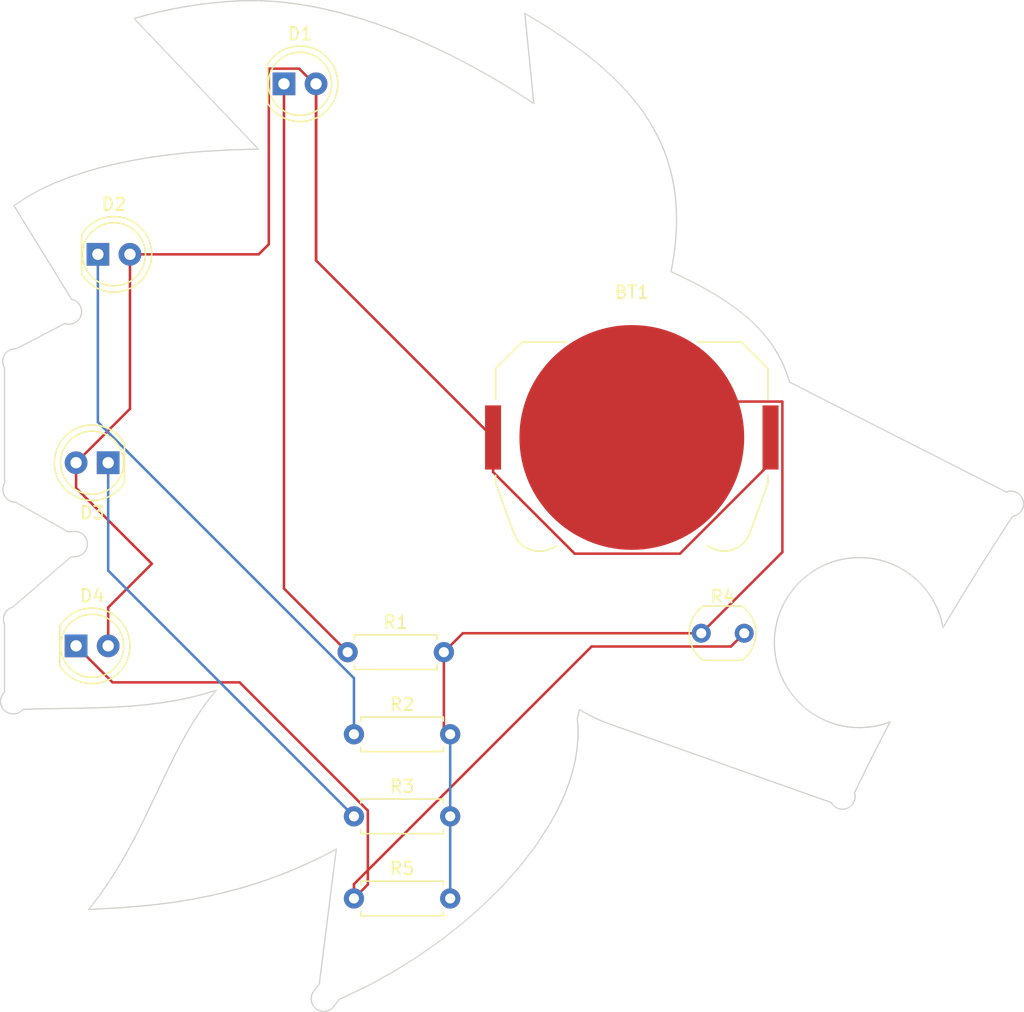
<source format=kicad_pcb>
(kicad_pcb (version 20241229) (generator "pcbnew") (generator_version "9.0")
  (layers (0 "F.Cu" signal) (2 "B.Cu" signal) (13 "F.Paste" user) (15 "B.Paste" user) (5 "F.SilkS" user "F.Silkscreen") (7 "B.SilkS" user "B.Silkscreen") (1 "F.Mask" user) (3 "B.Mask" user) (25 "Edge.Cuts" user))
  (net 0 "")
  (net 1 "Net-(BT1-+)")
  (net 2 "Net-(BT1--)")
  (net 3 "Net-(D1-K)")
  (net 4 "Net-(D2-K)")
  (net 5 "Net-(D3-K)")
  (net 6 "Net-(D4-K)")
  (footprint "OptoDevice:R_LDR_5.1x4.3mm_P3.4mm_Vertical" (layer "F.Cu") (at 188 100)
    (property "Reference" "R4")
    (property "Value" "R_Photo")
  )
  (footprint "LED_THT:LED_D5.0mm" (layer "F.Cu") (at 138.5 101)
    (property "Reference" "D4")
    (property "Value" "LED")
  )
  (footprint "LED_THT:LED_D5.0mm" (layer "F.Cu") (at 141.04 86.5 180)
    (property "Reference" "D3")
    (property "Value" "LED")
  )
  (footprint "Battery:BatteryHolder_Keystone_3034_1x20mm" (layer "F.Cu") (at 182.5 84.5)
    (property "Reference" "BT1")
    (property "Value" "Battery_Cell")
  )
  (footprint "Resistor_THT:R_Axial_DIN0207_L6.3mm_D2.5mm_P7.62mm_Horizontal" (layer "F.Cu") (at 160.5 114.5)
    (property "Reference" "R3")
    (property "Value" "R")
  )
  (footprint "LED_THT:LED_D5.0mm" (layer "F.Cu") (at 154.96 56.5)
    (property "Reference" "D1")
    (property "Value" "LED")
  )
  (footprint "Resistor_THT:R_Axial_DIN0207_L6.3mm_D2.5mm_P7.62mm_Horizontal" (layer "F.Cu") (at 160.5 108)
    (property "Reference" "R2")
    (property "Value" "R")
  )
  (footprint "Resistor_THT:R_Axial_DIN0207_L6.3mm_D2.5mm_P7.62mm_Horizontal" (layer "F.Cu") (at 160.5 121)
    (property "Reference" "R5")
    (property "Value" "R")
  )
  (footprint "Resistor_THT:R_Axial_DIN0207_L6.3mm_D2.5mm_P7.62mm_Horizontal" (layer "F.Cu") (at 160 101.5)
    (property "Reference" "R1")
    (property "Value" "R")
  )
  (footprint "LED_THT:LED_D5.0mm" (layer "F.Cu") (at 140.225 70)
    (property "Reference" "D2")
    (property "Value" "LED")
  )
  (gr_arc (start 145.269707 105.50755) (mid 145.234966 105.513142) (end 145.200033 105.51751) (layer "Edge.Cuts"))
  (gr_line (start 199.493333 94.087314) (end 199.780191 94.050862) (layer "Edge.Cuts"))
  (gr_arc (start 197.944007 106.960795) (mid 197.898403 106.942814) (end 197.853735 106.922621) (layer "Edge.Cuts"))
  (gr_line (start 206.024431 96.86998) (end 206.161551 97.07389) (layer "Edge.Cuts"))
  (gr_line (start 193.999272 102.422913) (end 193.935373 102.14606) (layer "Edge.Cuts"))
  (gr_arc (start 200.862366 107.462752) (mid 200.838722 107.464155) (end 200.815051 107.464995) (layer "Edge.Cuts"))
  (gr_line (start 184.254717 60.096949) (end 184.541304 60.639749) (layer "Edge.Cuts"))
  (gr_line (start 196.274319 105.964172) (end 196.4535 106.104981) (layer "Edge.Cuts"))
  (gr_line (start 202.95783 107.014035) (end 202.065744 108.726765) (layer "Edge.Cuts"))
  (gr_line (start 141.145525 119.623627) (end 140.388685 120.713284) (layer "Edge.Cuts"))
  (gr_arc (start 193.794847 100.44489) (mid 193.796124 100.394388) (end 193.799967 100.343853) (layer "Edge.Cuts"))
  (gr_arc (start 186.03219 67.867035) (mid 186.031528 67.911031) (end 186.028929 67.954955) (layer "Edge.Cuts"))
  (gr_line (start 202.311584 94.251249) (end 202.552075 94.323325) (layer "Edge.Cuts"))
  (gr_line (start 201.951481 107.317098) (end 202.058003 107.292947) (layer "Edge.Cuts"))
  (gr_line (start 152.938351 61.672387) (end 150.801756 61.721543) (layer "Edge.Cuts"))
  (gr_line (start 177.998668 110.156903) (end 177.829339 110.870993) (layer "Edge.Cuts"))
  (gr_line (start 197.267865 94.846382) (end 197.069928 94.960194) (layer "Edge.Cuts"))
  (gr_arc (start 201.979985 94.169744) (mid 202.023644 94.178695) (end 202.06686 94.189585) (layer "Edge.Cuts"))
  (gr_arc (start 179.84226 106.826434) (mid 179.826069 106.819179) (end 179.810009 106.811636) (layer "Edge.Cuts"))
  (gr_line (start 193.394115 76.874641) (end 193.018602 76.398553) (layer "Edge.Cuts"))
  (gr_line (start 202.400138 107.202915) (end 202.503768 107.171821) (layer "Edge.Cuts"))
  (gr_line (start 194.577669 97.575527) (end 194.473358 97.77919) (layer "Edge.Cuts"))
  (gr_arc (start 151.397026 49.933133) (mid 151.446077 49.93018) (end 151.495213 49.929643) (layer "Edge.Cuts"))
  (gr_line (start 184.585842 60.729478) (end 184.843388 61.282725) (layer "Edge.Cuts"))
  (gr_line (start 212.646494 90.749982) (end 211.843616 91.973) (layer "Edge.Cuts"))
  (gr_arc (start 202.830328 94.418227) (mid 202.871799 94.432679) (end 202.912575 94.448929) (layer "Edge.Cuts"))
  (gr_arc (start 194.431094 97.866906) (mid 194.451121 97.822608) (end 194.473358 97.77919) (layer "Edge.Cuts"))
  (gr_line (start 194.985931 80.119134) (end 212.131933 88.817308) (layer "Edge.Cuts"))
  (gr_arc (start 206.707741 98.096129) (mid 206.7255 98.13594) (end 206.741503 98.176489) (layer "Edge.Cuts"))
  (gr_arc (start 144.409829 62.318387) (mid 144.43796 62.313642) (end 144.466215 62.309701) (layer "Edge.Cuts"))
  (gr_arc (start 157.548928 50.444816) (mid 157.598743 50.453519) (end 157.648055 50.464727) (layer "Edge.Cuts"))
  (gr_line (start 199.830153 107.437008) (end 199.543127 107.400535) (layer "Edge.Cuts"))
  (gr_line (start 167.264207 124.395148) (end 165.501037 125.627153) (layer "Edge.Cuts"))
  (gr_arc (start 135.560552 64.934369) (mid 135.623108 64.89939) (end 135.688048 64.868966) (layer "Edge.Cuts"))
  (gr_line (start 144.306704 121.539362) (end 145.487169 121.400635) (layer "Edge.Cuts"))
  (gr_arc (start 197.644639 106.82809) (mid 197.600215 106.808006) (end 197.556884 106.785813) (layer "Edge.Cuts"))
  (gr_arc (start 185.984896 68.69946) (mid 185.982416 68.741406) (end 185.978176 68.78321) (layer "Edge.Cuts"))
  (gr_line (start 188.432223 72.796221) (end 189.185024 73.237606) (layer "Edge.Cuts"))
  (gr_line (start 195.324429 96.459211) (end 195.504759 96.251031) (layer "Edge.Cuts"))
  (gr_arc (start 203.884202 94.911604) (mid 203.921777 94.932606) (end 203.958414 94.955205) (layer "Edge.Cuts"))
  (gr_line (start 137.882502 91.982367) (end 133.715853 89.629277) (layer "Edge.Cuts"))
  (gr_line (start 134.290352 106.032201) (end 134.644053 106.012815) (layer "Edge.Cuts"))
  (gr_line (start 191.973296 75.301976) (end 192.433753 75.750788) (layer "Edge.Cuts"))
  (gr_arc (start 201.686939 94.111683) (mid 201.731005 94.118683) (end 201.77493 94.127691) (layer "Edge.Cuts"))
  (gr_line (start 205.254086 95.959617) (end 205.108094 95.819176) (layer "Edge.Cuts"))
  (gr_arc (start 159.106677 50.796276) (mid 159.151565 50.806479) (end 159.195986 50.818752) (layer "Edge.Cuts"))
  (gr_arc (start 202.400138 107.202915) (mid 202.378331 107.209457) (end 202.356381 107.215503) (layer "Edge.Cuts"))
  (gr_line (start 178.240218 107.510863) (end 178.21014 107.041027) (layer "Edge.Cuts"))
  (gr_line (start 194.316333 98.120749) (end 194.431094 97.866906) (layer "Edge.Cuts"))
  (gr_line (start 159.103143 117.092013) (end 157.862994 117.73569) (layer "Edge.Cuts"))
  (gr_arc (start 172.269487 56.496049) (mid 172.269519 56.496068) (end 172.290224 56.508869) (layer "Edge.Cuts"))
  (gr_line (start 189.250524 73.277717) (end 189.940853 73.71894) (layer "Edge.Cuts"))
  (gr_arc (start 206.914344 98.644147) (mid 206.928708 98.685778) (end 206.941221 98.728002) (layer "Edge.Cuts"))
  (gr_line (start 178.224604 108.495036) (end 178.160668 109.180897) (layer "Edge.Cuts"))
  (gr_arc (start 138.303534 91.940785) (mid 139.396914 92.837619) (end 138.500104 93.931101) (layer "Edge.Cuts"))
  (gr_line (start 201.979985 94.169744) (end 201.77493 94.127691) (layer "Edge.Cuts"))
  (gr_line (start 193.653061 77.238279) (end 193.809227 77.476673) (layer "Edge.Cuts"))
  (gr_arc (start 199.113036 94.157777) (mid 199.161847 94.146511) (end 199.211227 94.137693) (layer "Edge.Cuts"))
  (gr_line (start 185.6091 71.369366) (end 186.599736 71.837218) (layer "Edge.Cuts"))
  (gr_line (start 201.445215 107.407428) (end 201.336113 107.4217) (layer "Edge.Cuts"))
  (gr_line (start 180.285903 107.021018) (end 180.099679 106.941479) (layer "Edge.Cuts"))
  (gr_arc (start 201.389364 94.066447) (mid 201.433951 94.071494) (end 201.478266 94.078536) (layer "Edge.Cuts"))
  (gr_line (start 200.702961 107.468998) (end 200.815051 107.464995) (layer "Edge.Cuts"))
  (gr_line (start 207.143536 99.550131) (end 208.662051 97.025648) (layer "Edge.Cuts"))
  (gr_line (start 196.200633 105.903355) (end 196.028656 105.754385) (layer "Edge.Cuts"))
  (gr_line (start 194.201662 78.152656) (end 194.330252 78.404599) (layer "Edge.Cuts"))
  (gr_arc (start 193.788643 100.791322) (mid 193.787367 100.740762) (end 193.788643 100.690202) (layer "Edge.Cuts"))
  (gr_line (start 139.502808 121.86774) (end 141.869168 121.7462) (layer "Edge.Cuts"))
  (gr_line (start 134.676785 106.011021) (end 136.63459 105.967996) (layer "Edge.Cuts"))
  (gr_arc (start 193.394115 76.874641) (mid 193.426528 76.915734) (end 193.456747 76.958466) (layer "Edge.Cuts"))
  (gr_line (start 153.031818 49.917364) (end 154.438944 49.996564) (layer "Edge.Cuts"))
  (gr_line (start 203.630191 94.771784) (end 203.448053 94.680092) (layer "Edge.Cuts"))
  (gr_line (start 177.222603 112.669845) (end 176.89856 113.41492) (layer "Edge.Cuts"))
  (gr_arc (start 179.336371 106.584054) (mid 179.32057 106.576291) (end 179.304908 106.568251) (layer "Edge.Cuts"))
  (gr_line (start 139.238074 63.468687) (end 140.435487 63.129664) (layer "Edge.Cuts"))
  (gr_arc (start 196.274319 105.964172) (mid 196.236839 105.934718) (end 196.200633 105.903355) (layer "Edge.Cuts"))
  (gr_line (start 206.496219 97.648264) (end 206.587328 97.830802) (layer "Edge.Cuts"))
  (gr_arc (start 178.23296 108.342478) (mid 178.2317 108.418915) (end 178.224604 108.495036) (layer "Edge.Cuts"))
  (gr_arc (start 202.835884 107.059802) (mid 202.814928 107.067664) (end 202.793802 107.075054) (layer "Edge.Cuts"))
  (gr_arc (start 206.816802 98.367247) (mid 206.832925 98.408092) (end 206.847181 98.449424) (layer "Edge.Cuts"))
  (gr_line (start 133.58408 66.151783) (end 138.138139 73.555524) (layer "Edge.Cuts"))
  (gr_line (start 210.235217 94.490264) (end 211.830264 91.993613) (layer "Edge.Cuts"))
  (gr_line (start 151.55963 120.174384) (end 150.398215 120.484617) (layer "Edge.Cuts"))
  (gr_line (start 212.760663 90.719585) (end 212.646494 90.749982) (layer "Edge.Cuts"))
  (gr_arc (start 201.179078 107.43906) (mid 201.155601 107.441568) (end 201.132072 107.443523) (layer "Edge.Cuts"))
  (gr_line (start 187.504205 72.293159) (end 186.622683 71.848785) (layer "Edge.Cuts"))
  (gr_arc (start 202.060159 108.737817) (mid 202.065726 108.726799) (end 202.065744 108.726765) (layer "Edge.Cuts"))
  (gr_line (start 152.85848 119.779341) (end 154.029772 119.377368) (layer "Edge.Cuts"))
  (gr_arc (start 146.273095 50.549183) (mid 146.302926 50.542907) (end 146.332916 50.537546) (layer "Edge.Cuts"))
  (gr_line (start 208.676659 97.00174) (end 210.228307 94.501397) (layer "Edge.Cuts"))
  (gr_arc (start 203.630191 94.771784) (mid 203.66883 94.791234) (end 203.706591 94.81234) (layer "Edge.Cuts"))
  (gr_line (start 133.759621 77.478982) (end 137.604221 75.48294) (layer "Edge.Cuts"))
  (gr_arc (start 144.833907 112.746996) (mid 144.833163 112.748559) (end 144.832413 112.75012) (layer "Edge.Cuts"))
  (gr_line (start 172.290224 56.508869) (end 173.513757 57.265343) (layer "Edge.Cuts"))
  (gr_line (start 198.158236 94.436257) (end 197.944018 94.520722) (layer "Edge.Cuts"))
  (gr_line (start 198.788247 107.246233) (end 198.564436 107.182676) (layer "Edge.Cuts"))
  (gr_arc (start 186.042297 67.056397) (mid 186.043714 67.102278) (end 186.043022 67.148175) (layer "Edge.Cuts"))
  (gr_line (start 202.268533 94.2404) (end 202.06686 94.189585) (layer "Edge.Cuts"))
  (gr_line (start 154.098056 119.352538) (end 155.276295 118.899692) (layer "Edge.Cuts"))
  (gr_line (start 196.755027 95.159309) (end 196.987483 95.010285) (layer "Edge.Cuts"))
  (gr_line (start 149.586079 104.516366) (end 148.513605 104.843128) (layer "Edge.Cuts"))
  (gr_line (start 199.211227 94.137693) (end 199.443751 94.096167) (layer "Edge.Cuts"))
  (gr_arc (start 179.087937 106.456818) (mid 179.072234 106.448755) (end 179.056676 106.440417) (layer "Edge.Cuts"))
  (gr_line (start 175.993076 115.138358) (end 176.436872 114.343918) (layer "Edge.Cuts"))
  (gr_line (start 166.736661 53.550385) (end 165.291248 52.907939) (layer "Edge.Cuts"))
  (gr_line (start 194.496917 78.759195) (end 194.361728 78.469096) (layer "Edge.Cuts"))
  (gr_arc (start 197.267865 94.846382) (mid 197.309881 94.822219) (end 197.353019 94.800122) (layer "Edge.Cuts"))
  (gr_arc (start 172.31555 119.948564) (mid 172.272775 119.996807) (end 172.226979 120.042195) (layer "Edge.Cuts"))
  (gr_arc (start 201.646066 107.376376) (mid 201.623277 107.380446) (end 201.623237 107.380453) (layer "Edge.Cuts"))
  (gr_arc (start 155.344887 118.871863) (mid 155.310885 118.886397) (end 155.276295 118.899692) (layer "Edge.Cuts"))
  (gr_line (start 202.912575 94.448929) (end 203.102926 94.524788) (layer "Edge.Cuts"))
  (gr_line (start 174.740014 58.063471) (end 173.553673 57.290679) (layer "Edge.Cuts"))
  (gr_line (start 158.91246 129.543904) (end 159.344826 128.98042) (layer "Edge.Cuts"))
  (gr_arc (start 193.994056 77.779729) (mid 194.012733 77.810604) (end 194.030285 77.842131) (layer "Edge.Cuts"))
  (gr_arc (start 176.481564 114.259212) (mid 176.46023 114.302099) (end 176.436872 114.343918) (layer "Edge.Cuts"))
  (gr_arc (start 200.121526 94.022356) (mid 200.171981 94.01852) (end 200.222565 94.01724) (layer "Edge.Cuts"))
  (gr_line (start 194.076449 102.694692) (end 194.012879 102.470831) (layer "Edge.Cuts"))
  (gr_line (start 202.546957 107.158327) (end 202.649334 107.125068) (layer "Edge.Cuts"))
  (gr_line (start 202.060159 108.737817) (end 201.206632 110.427249) (layer "Edge.Cuts"))
  (gr_line (start 178.592874 53.92815) (end 179.801151 54.893815) (layer "Edge.Cuts"))
  (gr_line (start 178.23296 108.342478) (end 178.244028 107.671474) (layer "Edge.Cuts"))
  (gr_arc (start 147.043547 61.98352) (mid 147.066647 61.980898) (end 147.089802 61.978813) (layer "Edge.Cuts"))
  (gr_line (start 193.456747 76.958466) (end 193.613017 77.179456) (layer "Edge.Cuts"))
  (gr_arc (start 201.087513 94.034344) (mid 201.132434 94.037386) (end 201.177173 94.042444) (layer "Edge.Cuts"))
  (gr_arc (start 177.263686 112.567789) (mid 177.24454 112.619406) (end 177.222603 112.669845) (layer "Edge.Cuts"))
  (gr_line (start 194.21389 103.100959) (end 194.298335 103.31513) (layer "Edge.Cuts"))
  (gr_arc (start 205.045607 95.761571) (mid 205.077461 95.789711) (end 205.108094 95.819176) (layer "Edge.Cuts"))
  (gr_line (start 165.411056 125.686481) (end 163.580133 126.824145) (layer "Edge.Cuts"))
  (gr_arc (start 194.330252 78.404599) (mid 194.346567 78.436566) (end 194.361728 78.469096) (layer "Edge.Cuts"))
  (gr_line (start 194.991223 80.119137) (end 194.780934 79.473207) (layer "Edge.Cuts"))
  (gr_arc (start 147.321668 50.360802) (mid 147.351343 50.355497) (end 147.381257 50.351075) (layer "Edge.Cuts"))
  (gr_line (start 204.603937 95.392605) (end 204.441008 95.271716) (layer "Edge.Cuts"))
  (gr_line (start 199.88054 107.44084) (end 200.121462 107.45916) (layer "Edge.Cuts"))
  (gr_line (start 185.349174 62.616839) (end 185.149137 62.038291) (layer "Edge.Cuts"))
  (gr_arc (start 161.557457 127.936911) (mid 161.532526 127.949536) (end 161.507043 127.961006) (layer "Edge.Cuts"))
  (gr_arc (start 170.952222 55.725366) (mid 170.963298 55.731703) (end 170.974249 55.738252) (layer "Edge.Cuts"))
  (gr_arc (start 165.501037 125.627153) (mid 165.45686 125.658021) (end 165.411056 125.686481) (layer "Edge.Cuts"))
  (gr_line (start 198.564453 94.29884) (end 198.788229 94.235293) (layer "Edge.Cuts"))
  (gr_arc (start 160.659106 51.222965) (mid 160.699581 51.234147) (end 160.739551 51.247019) (layer "Edge.Cuts"))
  (gr_arc (start 193.799962 101.137607) (mid 193.796124 101.087135) (end 193.794846 101.03661) (layer "Edge.Cuts"))
  (gr_arc (start 202.552075 94.323325) (mid 202.594372 94.336001) (end 202.636069 94.350532) (layer "Edge.Cuts"))
  (gr_line (start 154.560704 50.007157) (end 155.991235 50.175825) (layer "Edge.Cuts"))
  (gr_arc (start 194.911009 97.017829) (mid 194.936954 96.97736) (end 194.964815 96.938186) (layer "Edge.Cuts"))
  (gr_arc (start 178.51167 53.866574) (mid 178.553055 53.896326) (end 178.592874 53.92815) (layer "Edge.Cuts"))
  (gr_arc (start 141.885489 118.449286) (mid 141.866515 118.482008) (end 141.846317 118.51399) (layer "Edge.Cuts"))
  (gr_line (start 144.201748 51.018622) (end 145.213474 50.773092) (layer "Edge.Cuts"))
  (gr_line (start 193.873772 101.815375) (end 193.915304 102.047942) (layer "Edge.Cuts"))
  (gr_line (start 147.902058 121.024625) (end 146.745765 121.221188) (layer "Edge.Cuts"))
  (gr_arc (start 159.596808 128.873953) (mid 159.543907 128.899236) (end 159.489652 128.921361) (layer "Edge.Cuts"))
  (gr_arc (start 207.073616 99.214081) (mid 207.084346 99.257219) (end 207.093153 99.300791) (layer "Edge.Cuts"))
  (gr_arc (start 141.783622 62.805119) (mid 141.801247 62.801453) (end 141.818915 62.798) (layer "Edge.Cuts"))
  (gr_line (start 193.873761 99.666205) (end 193.915307 99.433566) (layer "Edge.Cuts"))
  (gr_line (start 147.959132 121.014068) (end 149.115909 120.782726) (layer "Edge.Cuts"))
  (gr_line (start 190.719937 74.266369) (end 191.290329 74.709437) (layer "Edge.Cuts"))
  (gr_line (start 198.250809 94.402373) (end 198.469819 94.328267) (layer "Edge.Cuts"))
  (gr_line (start 193.794847 100.44489) (end 193.788643 100.690202) (layer "Edge.Cuts"))
  (gr_arc (start 196.795435 106.348117) (mid 196.754985 106.322186) (end 196.71583 106.294339) (layer "Edge.Cuts"))
  (gr_arc (start 199.211103 107.343806) (mid 199.161776 107.334995) (end 199.112953 107.323725) (layer "Edge.Cuts"))
  (gr_line (start 186.028929 67.954955) (end 185.984896 68.69946) (layer "Edge.Cuts"))
  (gr_line (start 168.180502 54.245479) (end 166.764134 53.563611) (layer "Edge.Cuts"))
  (gr_line (start 196.491131 95.346969) (end 196.715896 95.187135) (layer "Edge.Cuts"))
  (gr_line (start 203.36961 94.64272) (end 203.183332 94.558882) (layer "Edge.Cuts"))
  (gr_arc (start 178.160668 109.180897) (mid 178.153974 109.2527) (end 178.14212 109.323843) (layer "Edge.Cuts"))
  (gr_arc (start 132.837956 99.320088) (mid 132.837956 98.486514) (end 133.469574 97.942542) (layer "Edge.Cuts"))
  (gr_line (start 200.222499 107.46428) (end 200.48128 107.470824) (layer "Edge.Cuts"))
  (gr_arc (start 194.496917 78.759195) (mid 194.504334 78.775277) (end 194.510725 78.791793) (layer "Edge.Cuts"))
  (gr_line (start 179.087937 106.456818) (end 179.304908 106.568251) (layer "Edge.Cuts"))
  (gr_arc (start 145.213474 50.773092) (mid 145.243316 50.76585) (end 145.273376 50.759525) (layer "Edge.Cuts"))
  (gr_line (start 195.568917 96.180443) (end 195.725946 96.015741) (layer "Edge.Cuts"))
  (gr_line (start 194.030285 77.842131) (end 194.167744 78.089053) (layer "Edge.Cuts"))
  (gr_arc (start 203.36961 94.64272) (mid 203.409238 94.660554) (end 203.448053 94.680092) (layer "Edge.Cuts"))
  (gr_arc (start 151.592757 120.165534) (mid 151.576246 120.170156) (end 151.55963 120.174384) (layer "Edge.Cuts"))
  (gr_line (start 194.737748 97.29241) (end 194.623943 97.490335) (layer "Edge.Cuts"))
  (gr_arc (start 173.513757 57.265343) (mid 173.533864 57.277776) (end 173.553673 57.290679) (layer "Edge.Cuts"))
  (gr_arc (start 185.132227 61.98939) (mid 185.132242 61.989427) (end 185.149137 62.038291) (layer "Edge.Cuts"))
  (gr_line (start 159.489652 128.921361) (end 159.344826 128.98042) (layer "Edge.Cuts"))
  (gr_arc (start 199.443751 94.096167) (mid 199.493312 94.087316) (end 199.493333 94.087314) (layer "Edge.Cuts"))
  (gr_line (start 143.139867 62.532601) (end 144.409829 62.318387) (layer "Edge.Cuts"))
  (gr_arc (start 194.336511 103.405407) (mid 194.316315 103.360737) (end 194.298335 103.31513) (layer "Edge.Cuts"))
  (gr_line (start 194.991223 80.119137) (end 194.985931 80.119134) (layer "Edge.Cuts"))
  (gr_arc (start 148.513605 104.843128) (mid 148.489301 104.85021) (end 148.464526 104.855409) (layer "Edge.Cuts"))
  (gr_line (start 179.056676 106.440417) (end 178.842532 106.325618) (layer "Edge.Cuts"))
  (gr_line (start 174.030932 50.925013) (end 175.610218 51.880167) (layer "Edge.Cuts"))
  (gr_line (start 168.205778 54.258545) (end 169.563668 54.960527) (layer "Edge.Cuts"))
  (gr_line (start 143.006993 105.756589) (end 141.956696 105.828875) (layer "Edge.Cuts"))
  (gr_line (start 138.303534 91.940785) (end 137.882502 91.982367) (layer "Edge.Cuts"))
  (gr_arc (start 185.349174 62.616839) (mid 185.366146 62.665934) (end 185.380553 62.715842) (layer "Edge.Cuts"))
  (gr_arc (start 185.899967 69.554378) (mid 185.895938 69.594102) (end 185.890329 69.633633) (layer "Edge.Cuts"))
  (gr_line (start 141.818915 62.798) (end 143.077144 62.544214) (layer "Edge.Cuts"))
  (gr_line (start 206.357272 97.393752) (end 206.455979 97.571825) (layer "Edge.Cuts"))
  (gr_arc (start 141.168922 119.586581) (mid 141.145535 119.623612) (end 141.145525 119.623627) (layer "Edge.Cuts"))
  (gr_arc (start 169.116127 122.94409) (mid 169.07364 122.981441) (end 169.029106 123.016326) (layer "Edge.Cuts"))
  (gr_arc (start 150.398215 120.484617) (mid 150.366679 120.493041) (end 150.334808 120.500447) (layer "Edge.Cuts"))
  (gr_line (start 149.388426 50.084462) (end 148.418653 50.198605) (layer "Edge.Cuts"))
  (gr_line (start 187.556689 72.320597) (end 188.373372 72.763037) (layer "Edge.Cuts"))
  (gr_line (start 204.131372 95.06189) (end 203.958414 94.955205) (layer "Edge.Cuts"))
  (gr_line (start 197.944007 106.960795) (end 198.158157 107.045232) (layer "Edge.Cuts"))
  (gr_line (start 194.62276 79.056319) (end 194.510725 78.791793) (layer "Edge.Cuts"))
  (gr_line (start 143.153362 116.181043) (end 142.547622 117.305449) (layer "Edge.Cuts"))
  (gr_line (start 146.973879 108.414833) (end 146.442873 109.419775) (layer "Edge.Cuts"))
  (gr_arc (start 152.85848 119.779341) (mid 152.824984 119.790837) (end 152.791095 119.801142) (layer "Edge.Cuts"))
  (gr_arc (start 198.884843 107.271077) (mid 198.836198 107.25985) (end 198.788247 107.246233) (layer "Edge.Cuts"))
  (gr_line (start 185.899967 69.554378) (end 185.978176 68.78321) (layer "Edge.Cuts"))
  (gr_arc (start 202.546957 107.158327) (mid 202.525439 107.165319) (end 202.503768 107.171821) (layer "Edge.Cuts"))
  (gr_line (start 179.84226 106.826434) (end 180.067152 106.927242) (layer "Edge.Cuts"))
  (gr_arc (start 198.250726 107.07912) (mid 198.204038 107.063323) (end 198.158157 107.045232) (layer "Edge.Cuts"))
  (gr_line (start 206.313988 97.319478) (end 206.207824 97.145989) (layer "Edge.Cuts"))
  (gr_arc (start 180.403322 107.066848) (mid 180.34389 107.045785) (end 180.285903 107.021018) (layer "Edge.Cuts"))
  (gr_arc (start 179.587574 106.707161) (mid 179.571613 106.699665) (end 179.555713 106.691851) (layer "Edge.Cuts"))
  (gr_line (start 200.862366 107.462752) (end 200.974795 107.456065) (layer "Edge.Cuts"))
  (gr_line (start 202.692023 107.110672) (end 202.793802 107.075054) (layer "Edge.Cuts"))
  (gr_arc (start 175.993076 115.138358) (mid 175.993071 115.138366) (end 175.957151 115.193741) (layer "Edge.Cuts"))
  (gr_arc (start 169.563668 54.960527) (mid 169.587502 54.972848) (end 169.610968 54.985788) (layer "Edge.Cuts"))
  (gr_arc (start 183.04311 58.244651) (mid 183.043119 58.244662) (end 183.080631 58.296436) (layer "Edge.Cuts"))
  (gr_arc (start 204.828789 95.572463) (mid 204.861837 95.599242) (end 204.893671 95.627361) (layer "Edge.Cuts"))
  (gr_arc (start 193.613017 77.179456) (mid 193.633563 77.208511) (end 193.653061 77.238279) (layer "Edge.Cuts"))
  (gr_line (start 185.720408 64.020229) (end 185.578008 63.409749) (layer "Edge.Cuts"))
  (gr_arc (start 193.915307 99.433566) (mid 193.924116 99.384239) (end 193.935385 99.335412) (layer "Edge.Cuts"))
  (gr_line (start 140.847981 105.882605) (end 141.915502 105.831282) (layer "Edge.Cuts"))
  (gr_line (start 194.298338 98.166384) (end 194.213915 98.380498) (layer "Edge.Cuts"))
  (gr_arc (start 145.884933 110.53873) (mid 145.892676 110.522463) (end 145.900757 110.50625) (layer "Edge.Cuts"))
  (gr_line (start 143.747118 115.010185) (end 144.832413 112.75012) (layer "Edge.Cuts"))
  (gr_arc (start 134.562021 65.492714) (mid 134.562031 65.492707) (end 134.634609 65.452124) (layer "Edge.Cuts"))
  (gr_arc (start 133.715853 89.629277) (mid 132.837974 89.133491) (end 132.837956 88.125269) (layer "Edge.Cuts"))
  (gr_line (start 170.952222 55.725366) (end 169.610968 54.985788) (layer "Edge.Cuts"))
  (gr_line (start 205.878763 96.672152) (end 205.999083 96.835553) (layer "Edge.Cuts"))
  (gr_line (start 195.154232 104.805736) (end 195.294847 104.984669) (layer "Edge.Cuts"))
  (gr_arc (start 148.312871 61.868652) (mid 148.343365 61.865906) (end 148.373924 61.864095) (layer "Edge.Cuts"))
  (gr_line (start 205.483393 96.19715) (end 205.645018 96.381492) (layer "Edge.Cuts"))
  (gr_line (start 138.696322 105.939478) (end 136.651246 105.967698) (layer "Edge.Cuts"))
  (gr_line (start 198.295729 113.407895) (end 180.403322 107.066848) (layer "Edge.Cuts"))
  (gr_arc (start 140.388685 120.713284) (mid 140.360683 120.7536) (end 140.360676 120.753608) (layer "Edge.Cuts"))
  (gr_line (start 207.000096 98.926673) (end 206.941221 98.728002) (layer "Edge.Cuts"))
  (gr_arc (start 148.828788 105.472064) (mid 148.863545 105.422611) (end 148.901236 105.375337) (layer "Edge.Cuts"))
  (gr_line (start 179.555713 106.691851) (end 179.336371 106.584054) (layer "Edge.Cuts"))
  (gr_arc (start 134.251639 106.073094) (mid 132.83789 106.111824) (end 132.799243 104.698124) (layer "Edge.Cuts"))
  (gr_arc (start 195.294856 96.496842) (mid 195.32441 96.459233) (end 195.324429 96.459211) (layer "Edge.Cuts"))
  (gr_line (start 138.000749 63.87999) (end 139.148881 63.496205) (layer "Edge.Cuts"))
  (gr_line (start 133.58408 66.151783) (end 134.562021 65.492714) (layer "Edge.Cuts"))
  (gr_line (start 136.700077 64.394828) (end 135.688048 64.868966) (layer "Edge.Cuts"))
  (gr_arc (start 201.336113 107.4217) (mid 201.312782 107.424752) (end 201.312758 107.424754) (layer "Edge.Cuts"))
  (gr_arc (start 183.867138 59.437638) (mid 183.879692 59.457605) (end 183.891162 59.478215) (layer "Edge.Cuts"))
  (gr_line (start 195.726007 105.465845) (end 195.568895 105.301056) (layer "Edge.Cuts"))
  (gr_arc (start 195.355627 105.058327) (mid 195.324358 105.022223) (end 195.294847 104.984669) (layer "Edge.Cuts"))
  (gr_arc (start 186.015681 66.267049) (mid 186.019412 66.314522) (end 186.020883 66.362119) (layer "Edge.Cuts"))
  (gr_arc (start 194.62276 79.056319) (mid 194.636379 79.08847) (end 194.648867 79.121077) (layer "Edge.Cuts"))
  (gr_line (start 162.27359 51.742644) (end 163.726522 52.273149) (layer "Edge.Cuts"))
  (gr_arc (start 191.290329 74.709437) (mid 191.33264 74.742305) (end 191.373131 74.77739) (layer "Edge.Cuts"))
  (gr_arc (start 193.873772 101.815375) (mid 193.864927 101.765842) (end 193.858582 101.715926) (layer "Edge.Cuts"))
  (gr_line (start 197.069927 106.521327) (end 197.267905 106.635162) (layer "Edge.Cuts"))
  (gr_arc (start 143.077144 62.544214) (mid 143.108418 62.537906) (end 143.139867 62.532601) (layer "Edge.Cuts"))
  (gr_line (start 202.636069 94.350532) (end 202.830328 94.418227) (layer "Edge.Cuts"))
  (gr_arc (start 199.780191 94.050862) (mid 199.830253 94.044504) (end 199.880572 94.040678) (layer "Edge.Cuts"))
  (gr_line (start 139.502808 121.86774) (end 140.360676 120.753608) (layer "Edge.Cuts"))
  (gr_arc (start 163.580133 126.824145) (mid 163.534019 126.852797) (end 163.486418 126.878905) (layer "Edge.Cuts"))
  (gr_arc (start 194.746933 79.377161) (mid 194.765156 79.424751) (end 194.780934 79.473207) (layer "Edge.Cuts"))
  (gr_arc (start 173.716647 118.360812) (mid 173.673536 118.416987) (end 173.626558 118.46997) (layer "Edge.Cuts"))
  (gr_arc (start 194.180024 98.473068) (mid 194.195829 98.426366) (end 194.213915 98.380498) (layer "Edge.Cuts"))
  (gr_arc (start 162.237421 51.729438) (mid 162.25555 51.73592) (end 162.27359 51.742644) (layer "Edge.Cuts"))
  (gr_line (start 156.531523 118.364649) (end 155.344887 118.871863) (layer "Edge.Cuts"))
  (gr_arc (start 187.504205 72.293159) (mid 187.530651 72.306488) (end 187.556689 72.320597) (layer "Edge.Cuts"))
  (gr_line (start 140.826356 105.883179) (end 138.721666 105.938967) (layer "Edge.Cuts"))
  (gr_arc (start 199.543127 107.400535) (mid 199.493312 107.394205) (end 199.493284 107.3942) (layer "Edge.Cuts"))
  (gr_arc (start 147.959132 121.014068) (mid 147.930637 121.019767) (end 147.902058 121.024625) (layer "Edge.Cuts"))
  (gr_line (start 159.195986 50.818752) (end 160.659106 51.222965) (layer "Edge.Cuts"))
  (gr_arc (start 145.735748 62.132596) (mid 145.761149 62.129054) (end 145.786632 62.126162) (layer "Edge.Cuts"))
  (gr_arc (start 206.587328 97.830802) (mid 206.606697 97.869605) (end 206.624366 97.909211) (layer "Edge.Cuts"))
  (gr_arc (start 204.603937 95.392605) (mid 204.638152 95.417993) (end 204.671314 95.444863) (layer "Edge.Cuts"))
  (gr_line (start 193.818287 101.378592) (end 193.799962 101.137607) (layer "Edge.Cuts"))
  (gr_arc (start 150.72954 61.724512) (mid 150.765625 61.722374) (end 150.801756 61.721543) (layer "Edge.Cuts"))
  (gr_line (start 190.012749 73.767116) (end 190.642089 74.208864) (layer "Edge.Cuts"))
  (gr_line (start 179.587574 106.707161) (end 179.810009 106.811636) (layer "Edge.Cuts"))
  (gr_arc (start 192.433753 75.750788) (mid 192.479015 75.794908) (end 192.521403 75.841796) (layer "Edge.Cuts"))
  (gr_arc (start 200.555647 107.471318) (mid 200.518371 107.471762) (end 200.48128 107.470824) (layer "Edge.Cuts"))
  (gr_line (start 212.246103 88.786911) (end 212.131933 88.817308) (layer "Edge.Cuts"))
  (gr_arc (start 195.504759 96.251031) (mid 195.535969 96.215001) (end 195.568917 96.180443) (layer "Edge.Cuts"))
  (gr_arc (start 144.163113 105.647161) (mid 144.133056 105.650918) (end 144.1029 105.653765) (layer "Edge.Cuts"))
  (gr_arc (start 198.469819 94.328267) (mid 198.516787 94.312375) (end 198.564453 94.29884) (layer "Edge.Cuts"))
  (gr_line (start 152.938351 61.672387) (end 143.087913 51.324534) (layer "Edge.Cuts"))
  (gr_line (start 137.899985 63.916704) (end 136.813729 64.345815) (layer "Edge.Cuts"))
  (gr_arc (start 158.91246 129.543904) (mid 157.510348 129.728512) (end 157.32574 128.3264) (layer "Edge.Cuts"))
  (gr_arc (start 170.776321 121.479933) (mid 170.733852 121.522024) (end 170.688943 121.561501) (layer "Edge.Cuts"))
  (gr_arc (start 195.154232 104.805736) (mid 195.124587 104.768012) (end 195.096844 104.728998) (layer "Edge.Cuts"))
  (gr_arc (start 147.472635 105.103601) (mid 147.428635 105.114608) (end 147.384182 105.123613) (layer "Edge.Cuts"))
  (gr_arc (start 201.799664 107.348396) (mid 201.788202 107.350809) (end 201.776704 107.353046) (layer "Edge.Cuts"))
  (gr_arc (start 195.958069 95.791292) (mid 195.992612 95.758358) (end 196.028687 95.72711) (layer "Edge.Cuts"))
  (gr_line (start 147.043547 61.98352) (end 145.786632 62.126162) (layer "Edge.Cuts"))
  (gr_arc (start 201.021892 107.452695) (mid 200.997963 107.454687) (end 200.974795 107.456065) (layer "Edge.Cuts"))
  (gr_arc (start 205.645018 96.381492) (mid 205.673051 96.413463) (end 205.699698 96.446598) (layer "Edge.Cuts"))
  (gr_line (start 133.469574 97.942542) (end 138.079072 93.972683) (layer "Edge.Cuts"))
  (gr_arc (start 147.596696 107.325871) (mid 147.585494 107.343736) (end 147.574253 107.361577) (layer "Edge.Cuts"))
  (gr_arc (start 194.737748 97.29241) (mid 194.761843 97.250506) (end 194.787835 97.209963) (layer "Edge.Cuts"))
  (gr_line (start 150.334808 120.500447) (end 149.17631 120.769671) (layer "Edge.Cuts"))
  (gr_arc (start 139.148881 63.496205) (mid 139.193169 63.481401) (end 139.238074 63.468687) (layer "Edge.Cuts"))
  (gr_arc (start 180.978966 55.950998) (mid 181.029803 55.996837) (end 181.077389 56.046043) (layer "Edge.Cuts"))
  (gr_arc (start 206.313988 97.319478) (mid 206.336427 97.356151) (end 206.357272 97.393752) (layer "Edge.Cuts"))
  (gr_arc (start 194.012879 102.470831) (mid 193.999277 102.422933) (end 193.999272 102.422913) (layer "Edge.Cuts"))
  (gr_line (start 186.043022 67.148175) (end 186.03219 67.867035) (layer "Edge.Cuts"))
  (gr_arc (start 149.17631 120.769671) (mid 149.14621 120.776665) (end 149.115909 120.782726) (layer "Edge.Cuts"))
  (gr_line (start 172.226979 120.042195) (end 170.776321 121.479933) (layer "Edge.Cuts"))
  (gr_arc (start 194.787835 104.271558) (mid 194.761843 104.231015) (end 194.737747 104.189108) (layer "Edge.Cuts"))
  (gr_arc (start 202.102587 107.282293) (mid 202.080356 107.287875) (end 202.058003 107.292947) (layer "Edge.Cuts"))
  (gr_line (start 147.472635 105.103601) (end 148.464526 104.855409) (layer "Edge.Cuts"))
  (gr_line (start 194.012912 99.010575) (end 194.076425 98.786916) (layer "Edge.Cuts"))
  (gr_line (start 173.716647 118.360812) (end 174.871086 116.856543) (layer "Edge.Cuts"))
  (gr_line (start 185.962929 65.596053) (end 186.015681 66.267049) (layer "Edge.Cuts"))
  (gr_line (start 204.671314 95.444863) (end 204.828789 95.572463) (layer "Edge.Cuts"))
  (gr_line (start 183.867138 59.437638) (end 183.495623 58.872693) (layer "Edge.Cuts"))
  (gr_arc (start 205.454028 96.166397) (mid 205.483381 96.197137) (end 205.483393 96.19715) (layer "Edge.Cuts"))
  (gr_line (start 185.551885 63.309551) (end 185.380553 62.715842) (layer "Edge.Cuts"))
  (gr_line (start 185.854227 64.749582) (end 185.741112 64.120538) (layer "Edge.Cuts"))
  (gr_arc (start 185.854227 64.749582) (mid 185.863138 64.799133) (end 185.869543 64.849069) (layer "Edge.Cuts"))
  (gr_line (start 178.346288 106.043014) (end 178.248745 106.505499) (layer "Edge.Cuts"))
  (gr_line (start 132.799243 104.698124) (end 132.837956 104.657231) (layer "Edge.Cuts"))
  (gr_line (start 202.251943 107.244268) (end 202.356381 107.215503) (layer "Edge.Cuts"))
  (gr_line (start 143.087913 51.324534) (end 144.171841 51.025881) (layer "Edge.Cuts"))
  (gr_line (start 138.500104 93.931101) (end 138.079072 93.972683) (layer "Edge.Cuts"))
  (gr_line (start 163.79263 52.298622) (end 165.230995 52.882331) (layer "Edge.Cuts"))
  (gr_arc (start 196.028656 105.754385) (mid 195.992597 105.72315) (end 195.958069 105.690229) (layer "Edge.Cuts"))
  (gr_arc (start 201.951481 107.317098) (mid 201.929105 107.322171) (end 201.9063 107.326791) (layer "Edge.Cuts"))
  (gr_arc (start 141.956696 105.828875) (mid 141.936111 105.830292) (end 141.915502 105.831282) (layer "Edge.Cuts"))
  (gr_line (start 147.574253 107.361577) (end 147.005533 108.357238) (layer "Edge.Cuts"))
  (gr_arc (start 190.642089 74.208864) (mid 190.681709 74.236675) (end 190.719937 74.266369) (layer "Edge.Cuts"))
  (gr_line (start 132.837956 99.320088) (end 132.837956 104.657231) (layer "Edge.Cuts"))
  (gr_line (start 146.332916 50.537546) (end 147.321668 50.360802) (layer "Edge.Cuts"))
  (gr_line (start 143.164466 116.159167) (end 143.727596 115.049719) (layer "Edge.Cuts"))
  (gr_line (start 206.741503 98.176489) (end 206.816802 98.367247) (layer "Edge.Cuts"))
  (gr_arc (start 136.63459 105.967996) (mid 136.642871 105.967814) (end 136.651246 105.967698) (layer "Edge.Cuts"))
  (gr_line (start 201.132072 107.443523) (end 201.021892 107.452695) (layer "Edge.Cuts"))
  (gr_arc (start 146.374052 105.328176) (mid 146.334633 105.336159) (end 146.294934 105.342549) (layer "Edge.Cuts"))
  (gr_arc (start 196.530209 106.16234) (mid 196.491167 106.13458) (end 196.4535 106.104981) (layer "Edge.Cuts"))
  (gr_arc (start 184.843388 61.282725) (mid 184.864941 61.329025) (end 184.884102 61.376365) (layer "Edge.Cuts"))
  (gr_arc (start 194.623925 103.991154) (mid 194.599744 103.9491) (end 194.577632 103.905922) (layer "Edge.Cuts"))
  (gr_line (start 178.811589 106.308677) (end 178.600415 106.190635) (layer "Edge.Cuts"))
  (gr_line (start 185.869543 64.849069) (end 185.952827 65.498341) (layer "Edge.Cuts"))
  (gr_line (start 141.783622 62.805119) (end 140.514572 63.109008) (layer "Edge.Cuts"))
  (gr_arc (start 202.268533 94.2404) (mid 202.31157 94.251244) (end 202.311584 94.251249) (layer "Edge.Cuts"))
  (gr_arc (start 193.988075 99.107124) (mid 193.999288 99.058539) (end 194.012912 99.010575) (layer "Edge.Cuts"))
  (gr_arc (start 185.77165 70.469849) (mid 185.768496 70.488482) (end 185.76493 70.50704) (layer "Edge.Cuts"))
  (gr_line (start 201.312758 107.424754) (end 201.179078 107.43906) (layer "Edge.Cuts"))
  (gr_arc (start 144.306704 121.539362) (mid 144.306649 121.539368) (end 144.274898 121.542077) (layer "Edge.Cuts"))
  (gr_arc (start 138.210748 73.575638) (mid 138.907497 74.806305) (end 137.67683 75.503054) (layer "Edge.Cuts"))
  (gr_line (start 175.957151 115.193741) (end 174.962299 116.727422) (layer "Edge.Cuts"))
  (gr_line (start 205.045607 95.761571) (end 204.893671 95.627361) (layer "Edge.Cuts"))
  (gr_line (start 132.837956 88.125269) (end 132.837956 78.995971) (layer "Edge.Cuts"))
  (gr_line (start 193.994056 77.779729) (end 193.847504 77.537461) (layer "Edge.Cuts"))
  (gr_arc (start 196.715896 95.187135) (mid 196.735251 95.172927) (end 196.755027 95.159309) (layer "Edge.Cuts"))
  (gr_line (start 177.574691 111.71932) (end 177.796268 110.993098) (layer "Edge.Cuts"))
  (gr_arc (start 185.551885 63.309551) (mid 185.566235 63.359277) (end 185.578008 63.409749) (layer "Edge.Cuts"))
  (gr_arc (start 197.556852 94.695724) (mid 197.600233 94.673507) (end 197.644644 94.653429) (layer "Edge.Cuts"))
  (gr_line (start 196.453436 95.37659) (end 196.274458 95.517241) (layer "Edge.Cuts"))
  (gr_arc (start 204.131372 95.06189) (mid 204.167858 95.084397) (end 204.203345 95.108447) (layer "Edge.Cuts"))
  (gr_arc (start 180.099679 106.941479) (mid 180.083353 106.934504) (end 180.067152 106.927242) (layer "Edge.Cuts"))
  (gr_line (start 201.194831 110.450998) (end 200.37109 112.136619) (layer "Edge.Cuts"))
  (gr_arc (start 157.862994 117.73569) (mid 157.829713 117.752964) (end 157.795875 117.768948) (layer "Edge.Cuts"))
  (gr_line (start 202.95783 107.014035) (end 202.835884 107.059802) (layer "Edge.Cuts"))
  (gr_arc (start 150.435905 49.990966) (mid 150.435944 49.990962) (end 150.464051 49.989271) (layer "Edge.Cuts"))
  (gr_arc (start 163.726522 52.273149) (mid 163.759807 52.285302) (end 163.79263 52.298622) (layer "Edge.Cuts"))
  (gr_arc (start 194.298338 98.166384) (mid 194.316325 98.120766) (end 194.316333 98.120749) (layer "Edge.Cuts"))
  (gr_line (start 148.225606 106.330283) (end 148.828788 105.472064) (layer "Edge.Cuts"))
  (gr_line (start 198.884787 94.210457) (end 199.113036 94.157777) (layer "Edge.Cuts"))
  (gr_line (start 176.481564 114.259212) (end 176.855253 113.5079) (layer "Edge.Cuts"))
  (gr_line (start 159.103143 117.092013) (end 157.758106 127.762917) (layer "Edge.Cuts"))
  (gr_line (start 195.096836 96.752534) (end 194.964815 96.938186) (layer "Edge.Cuts"))
  (gr_arc (start 175.610218 51.880167) (mid 175.641163 51.898883) (end 175.671412 51.918704) (layer "Edge.Cuts"))
  (gr_arc (start 199.88054 107.44084) (mid 199.855307 107.439444) (end 199.830153 107.437008) (layer "Edge.Cuts"))
  (gr_line (start 206.707741 98.096129) (end 206.624366 97.909211) (layer "Edge.Cuts"))
  (gr_line (start 145.735748 62.132596) (end 144.466215 62.309701) (layer "Edge.Cuts"))
  (gr_line (start 198.469766 107.153236) (end 198.250726 107.07912) (layer "Edge.Cuts"))
  (gr_arc (start 178.600415 106.190635) (mid 178.585028 106.182034) (end 178.569792 106.173162) (layer "Edge.Cuts"))
  (gr_line (start 141.846317 118.51399) (end 141.168922 119.586581) (layer "Edge.Cuts"))
  (gr_line (start 194.648867 79.121077) (end 194.746933 79.377161) (layer "Edge.Cuts"))
  (gr_line (start 167.309031 124.363827) (end 169.029106 123.016326) (layer "Edge.Cuts"))
  (gr_arc (start 134.644053 106.012815) (mid 134.660394 106.011469) (end 134.676785 106.011021) (layer "Edge.Cuts"))
  (gr_arc (start 198.564436 107.182676) (mid 198.516735 107.169132) (end 198.469766 107.153236) (layer "Edge.Cuts"))
  (gr_arc (start 132.837956 78.995971) (mid 132.837956 77.957492) (end 133.759621 77.478982) (layer "Edge.Cuts"))
  (gr_line (start 157.32574 128.3264) (end 157.758106 127.762917) (layer "Edge.Cuts"))
  (gr_arc (start 178.842532 106.325618) (mid 178.826962 106.317271) (end 178.811589 106.308677) (layer "Edge.Cuts"))
  (gr_line (start 177.113631 52.863828) (end 175.671412 51.918704) (layer "Edge.Cuts"))
  (gr_line (start 146.294934 105.342549) (end 145.269707 105.50755) (layer "Edge.Cuts"))
  (gr_line (start 201.776704 107.353046) (end 201.646066 107.376376) (layer "Edge.Cuts"))
  (gr_arc (start 137.899985 63.916704) (mid 137.94987 63.896997) (end 138.000749 63.87999) (layer "Edge.Cuts"))
  (gr_line (start 183.080631 58.296436) (end 183.444131 58.798127) (layer "Edge.Cuts"))
  (gr_arc (start 152.897632 49.914325) (mid 152.964775 49.913591) (end 153.031818 49.917364) (layer "Edge.Cuts"))
  (gr_arc (start 179.801151 54.893815) (mid 179.847588 54.930928) (end 179.891743 54.970739) (layer "Edge.Cuts"))
  (gr_line (start 172.269487 56.496049) (end 170.974249 55.738252) (layer "Edge.Cuts"))
  (gr_arc (start 136.700077 64.394828) (mid 136.756144 64.36856) (end 136.813729 64.345815) (layer "Edge.Cuts"))
  (gr_line (start 174.740014 58.063471) (end 174.030932 50.925013) (layer "Edge.Cuts"))
  (gr_line (start 197.556852 94.695724) (end 197.353019 94.800122) (layer "Edge.Cuts"))
  (gr_line (start 161.507043 127.961006) (end 159.596808 128.873953) (layer "Edge.Cuts"))
  (gr_line (start 147.089802 61.978813) (end 148.312871 61.868652) (layer "Edge.Cuts"))
  (gr_arc (start 189.940853 73.71894) (mid 189.977323 73.74225) (end 190.012749 73.767116) (layer "Edge.Cuts"))
  (gr_line (start 182.042185 57.043752) (end 181.077389 56.046043) (layer "Edge.Cuts"))
  (gr_line (start 201.623237 107.380453) (end 201.491601 107.400812) (layer "Edge.Cuts"))
  (gr_arc (start 142.547622 117.305449) (mid 142.532742 117.33307) (end 142.532728 117.333094) (layer "Edge.Cuts"))
  (gr_arc (start 186.599736 71.837218) (mid 186.61127 71.842882) (end 186.622683 71.848785) (layer "Edge.Cuts"))
  (gr_line (start 197.644639 106.82809) (end 197.853735 106.922621) (layer "Edge.Cuts"))
  (gr_arc (start 202.251943 107.244268) (mid 202.229981 107.250317) (end 202.207886 107.255864) (layer "Edge.Cuts"))
  (gr_arc (start 205.999083 96.835553) (mid 206.024422 96.869966) (end 206.024431 96.86998) (layer "Edge.Cuts"))
  (gr_arc (start 200.132601 112.642249) (mid 199.560551 113.856154) (end 198.295729 113.407895) (layer "Edge.Cuts"))
  (gr_line (start 195.096844 104.728998) (end 194.964779 104.543286) (layer "Edge.Cuts"))
  (gr_arc (start 211.830264 91.993613) (mid 211.836877 91.983265) (end 211.843616 91.973) (layer "Edge.Cuts"))
  (gr_arc (start 194.076425 98.786916) (mid 194.08998 98.73918) (end 194.105863 98.692239) (layer "Edge.Cuts"))
  (gr_line (start 199.493284 107.3942) (end 199.211103 107.343806) (layer "Edge.Cuts"))
  (gr_arc (start 168.180502 54.245479) (mid 168.180525 54.24549) (end 168.205778 54.258545) (layer "Edge.Cuts"))
  (gr_arc (start 146.421185 109.462025) (mid 146.431752 109.440822) (end 146.442873 109.419775) (layer "Edge.Cuts"))
  (gr_arc (start 195.096836 96.752534) (mid 195.124601 96.713493) (end 195.154201 96.675825) (layer "Edge.Cuts"))
  (gr_line (start 186.042297 67.056397) (end 186.020883 66.362119) (layer "Edge.Cuts"))
  (gr_line (start 200.566184 94.010837) (end 200.782239 94.015703) (layer "Edge.Cuts"))
  (gr_line (start 150.464051 49.989271) (end 151.397026 49.933133) (layer "Edge.Cuts"))
  (gr_line (start 204.371292 95.222264) (end 204.203345 95.108447) (layer "Edge.Cuts"))
  (gr_arc (start 156.599613 118.334028) (mid 156.56585 118.349977) (end 156.531523 118.364649) (layer "Edge.Cuts"))
  (gr_line (start 195.294856 96.496842) (end 195.154201 96.675825) (layer "Edge.Cuts"))
  (gr_line (start 177.184799 52.912694) (end 178.51167 53.866574) (layer "Edge.Cuts"))
  (gr_arc (start 155.991235 50.175825) (mid 156.046434 50.182333) (end 156.10117 50.191895) (layer "Edge.Cuts"))
  (gr_arc (start 146.973879 108.414833) (mid 146.989233 108.385776) (end 147.005533 108.357238) (layer "Edge.Cuts"))
  (gr_line (start 144.1029 105.653765) (end 143.057617 105.752457) (layer "Edge.Cuts"))
  (gr_line (start 169.116127 122.94409) (end 170.688943 121.561501) (layer "Edge.Cuts"))
  (gr_arc (start 203.102926 94.524788) (mid 203.143501 94.540957) (end 203.183332 94.558882) (layer "Edge.Cuts"))
  (gr_line (start 156.10117 50.191895) (end 157.548928 50.444816) (layer "Edge.Cuts"))
  (gr_arc (start 206.455979 97.571825) (mid 206.476943 97.609646) (end 206.496219 97.648264) (layer "Edge.Cuts"))
  (gr_line (start 194.180024 98.473068) (end 194.105863 98.692239) (layer "Edge.Cuts"))
  (gr_arc (start 194.21389 103.100959) (mid 194.195811 103.055112) (end 194.180014 103.00843) (layer "Edge.Cuts"))
  (gr_arc (start 194.473358 103.702332) (mid 194.451121 103.658914) (end 194.451106 103.65888) (layer "Edge.Cuts"))
  (gr_arc (start 138.721666 105.938967) (mid 138.708993 105.939303) (end 138.696322 105.939478) (layer "Edge.Cuts"))
  (gr_arc (start 197.069927 106.521327) (mid 197.02808 106.497265) (end 196.987443 106.471212) (layer "Edge.Cuts"))
  (gr_line (start 196.530209 106.16234) (end 196.71583 106.294339) (layer "Edge.Cuts"))
  (gr_arc (start 178.21014 107.041027) (mid 178.192828 106.77062) (end 178.248745 106.505499) (layer "Edge.Cuts"))
  (gr_arc (start 200.35883 112.162163) (mid 200.364869 112.149347) (end 200.37109 112.136619) (layer "Edge.Cuts"))
  (gr_line (start 191.373131 74.77739) (end 191.887022 75.222676) (layer "Edge.Cuts"))
  (gr_arc (start 145.511547 121.39777) (mid 145.499367 121.39928) (end 145.487169 121.400635) (layer "Edge.Cuts"))
  (gr_arc (start 196.987483 95.010285) (mid 197.028101 94.984245) (end 197.069928 94.960194) (layer "Edge.Cuts"))
  (gr_line (start 150.435905 49.990966) (end 149.446032 50.078525) (layer "Edge.Cuts"))
  (gr_arc (start 201.194831 110.450998) (mid 201.200652 110.439084) (end 201.206632 110.427249) (layer "Edge.Cuts"))
  (gr_arc (start 198.158236 94.436257) (mid 198.204038 94.418198) (end 198.250809 94.402373) (layer "Edge.Cuts"))
  (gr_line (start 194.910955 104.463606) (end 194.787835 104.271558) (layer "Edge.Cuts"))
  (gr_arc (start 192.932013 76.296043) (mid 192.977031 76.345842) (end 193.018602 76.398553) (layer "Edge.Cuts"))
  (gr_arc (start 196.200799 95.578022) (mid 196.236902 95.546751) (end 196.274458 95.517241) (layer "Edge.Cuts"))
  (gr_arc (start 202.692023 107.110672) (mid 202.67076 107.118111) (end 202.649334 107.125068) (layer "Edge.Cuts"))
  (gr_arc (start 143.164466 116.159167) (mid 143.153383 116.181003) (end 143.153362 116.181043) (layer "Edge.Cuts"))
  (gr_arc (start 194.964779 104.543286) (mid 194.936923 104.504113) (end 194.910955 104.463606) (layer "Edge.Cuts"))
  (gr_line (start 147.596696 107.325871) (end 148.168606 106.415986) (layer "Edge.Cuts"))
  (gr_arc (start 144.171841 51.025881) (mid 144.186722 51.021951) (end 144.201748 51.018622) (layer "Edge.Cuts"))
  (gr_arc (start 141.936622 121.741591) (mid 141.90293 121.744466) (end 141.869168 121.7462) (layer "Edge.Cuts"))
  (gr_line (start 207.143536 99.550131) (end 207.093153 99.300791) (layer "Edge.Cuts"))
  (gr_line (start 200.679102 107.469849) (end 200.555647 107.471318) (layer "Edge.Cuts"))
  (gr_arc (start 200.782239 94.015703) (mid 200.827225 94.016717) (end 200.872289 94.019769) (layer "Edge.Cuts"))
  (gr_line (start 178.346288 106.043014) (end 178.569792 106.173162) (layer "Edge.Cuts"))
  (gr_line (start 138.210748 73.575638) (end 138.138139 73.555524) (layer "Edge.Cuts"))
  (gr_arc (start 195.725946 96.015741) (mid 195.758843 95.981236) (end 195.793348 95.948339) (layer "Edge.Cuts"))
  (gr_arc (start 193.809227 77.476673) (mid 193.82891 77.506724) (end 193.847504 77.537461) (layer "Edge.Cuts"))
  (gr_line (start 200.470582 94.010968) (end 200.222565 94.01724) (layer "Edge.Cuts"))
  (gr_line (start 193.858579 99.765615) (end 193.828482 100.002476) (layer "Edge.Cuts"))
  (gr_line (start 148.373924 61.864095) (end 150.72954 61.724512) (layer "Edge.Cuts"))
  (gr_line (start 161.557457 127.936911) (end 163.486418 126.878905) (layer "Edge.Cuts"))
  (gr_arc (start 165.230995 52.882331) (mid 165.261336 52.894644) (end 165.291248 52.907939) (layer "Edge.Cuts"))
  (gr_line (start 162.237421 51.729438) (end 160.739551 51.247019) (layer "Edge.Cuts"))
  (gr_arc (start 196.453436 95.37659) (mid 196.472037 95.361465) (end 196.491131 95.346969) (layer "Edge.Cuts"))
  (gr_arc (start 200.702961 107.468998) (mid 200.67916 107.469848) (end 200.679102 107.469849) (layer "Edge.Cuts"))
  (gr_line (start 201.799664 107.348396) (end 201.9063 107.326791) (layer "Edge.Cuts"))
  (gr_arc (start 198.788229 94.235293) (mid 198.836198 94.221672) (end 198.884787 94.210457) (layer "Edge.Cuts"))
  (gr_line (start 194.787835 97.209963) (end 194.911009 97.017829) (layer "Edge.Cuts"))
  (gr_line (start 172.31555 119.948564) (end 173.626558 118.46997) (layer "Edge.Cuts"))
  (gr_arc (start 200.470582 94.010968) (mid 200.518381 94.009757) (end 200.566184 94.010837) (layer "Edge.Cuts"))
  (gr_line (start 145.900757 110.50625) (end 146.421185 109.462025) (layer "Edge.Cuts"))
  (gr_line (start 144.274898 121.542077) (end 141.936622 121.741591) (layer "Edge.Cuts"))
  (gr_arc (start 195.568895 105.301056) (mid 195.535948 105.266495) (end 195.504684 105.230403) (layer "Edge.Cuts"))
  (gr_line (start 137.67683 75.503054) (end 137.604221 75.48294) (layer "Edge.Cuts"))
  (gr_arc (start 174.962299 116.727422) (mid 174.919259 116.793773) (end 174.871086 116.856543) (layer "Edge.Cuts"))
  (gr_arc (start 194.577669 97.575527) (mid 194.599774 97.532371) (end 194.623943 97.490335) (layer "Edge.Cuts"))
  (gr_arc (start 185.720408 64.020229) (mid 185.732043 64.070119) (end 185.741112 64.120538) (layer "Edge.Cuts"))
  (gr_arc (start 177.574691 111.71932) (mid 177.557459 111.775801) (end 177.536921 111.831166) (layer "Edge.Cuts"))
  (gr_line (start 157.648055 50.464727) (end 159.106677 50.796276) (layer "Edge.Cuts"))
  (gr_line (start 201.389364 94.066447) (end 201.177173 94.042444) (layer "Edge.Cuts"))
  (gr_arc (start 184.541304 60.639749) (mid 184.5647 60.684062) (end 184.585842 60.729478) (layer "Edge.Cuts"))
  (gr_line (start 134.251639 106.073094) (end 134.290352 106.032201) (layer "Edge.Cuts"))
  (gr_line (start 194.623925 103.991154) (end 194.737747 104.189108) (layer "Edge.Cuts"))
  (gr_line (start 200.132601 112.642249) (end 200.35883 112.162163) (layer "Edge.Cuts"))
  (gr_arc (start 148.359977 50.206392) (mid 148.389217 50.20207) (end 148.418653 50.198605) (layer "Edge.Cuts"))
  (gr_line (start 180.978966 55.950998) (end 179.891743 54.970739) (layer "Edge.Cuts"))
  (gr_arc (start 194.105891 102.789366) (mid 194.089997 102.742394) (end 194.076449 102.694692) (layer "Edge.Cuts"))
  (gr_arc (start 178.240218 107.510863) (mid 178.245354 107.591092) (end 178.244028 107.671474) (layer "Edge.Cuts"))
  (gr_arc (start 205.254086 95.959617) (mid 205.284693 95.989057) (end 205.314022 96.019771) (layer "Edge.Cuts"))
  (gr_arc (start 200.222499 107.46428) (mid 200.171916 107.462999) (end 200.121462 107.45916) (layer "Edge.Cuts"))
  (gr_line (start 196.200799 95.578022) (end 196.028687 95.72711) (layer "Edge.Cuts"))
  (gr_line (start 193.818287 100.102931) (end 193.799967 100.343853) (layer "Edge.Cuts"))
  (gr_arc (start 204.371292 95.222264) (mid 204.406678 95.246246) (end 204.441008 95.271716) (layer "Edge.Cuts"))
  (gr_line (start 194.473358 103.702332) (end 194.577632 103.905922) (layer "Edge.Cuts"))
  (gr_line (start 144.833907 112.746996) (end 145.884933 110.53873) (layer "Edge.Cuts"))
  (gr_line (start 197.853746 94.558895) (end 197.644644 94.653429) (layer "Edge.Cuts"))
  (gr_arc (start 140.847981 105.882605) (mid 140.837171 105.882973) (end 140.826356 105.883179) (layer "Edge.Cuts"))
  (gr_arc (start 195.793442 105.533272) (mid 195.758843 105.500285) (end 195.726007 105.465845) (layer "Edge.Cuts"))
  (gr_line (start 142.532728 117.333094) (end 141.885489 118.449286) (layer "Edge.Cuts"))
  (gr_line (start 194.451106 103.65888) (end 194.336511 103.405407) (layer "Edge.Cuts"))
  (gr_arc (start 197.853746 94.558895) (mid 197.898414 94.538703) (end 197.944018 94.520722) (layer "Edge.Cuts"))
  (gr_line (start 185.6091 71.369366) (end 185.76493 70.50704) (layer "Edge.Cuts"))
  (gr_arc (start 193.935373 102.14606) (mid 193.924107 102.097253) (end 193.915304 102.047942) (layer "Edge.Cuts"))
  (gr_arc (start 183.444131 58.798127) (mid 183.47072 58.834824) (end 183.495623 58.872693) (layer "Edge.Cuts"))
  (gr_arc (start 148.168606 106.415986) (mid 148.195988 106.372423) (end 148.225606 106.330283) (layer "Edge.Cuts"))
  (gr_arc (start 178.025414 110.024251) (mid 178.014285 110.091042) (end 177.998668 110.156903) (layer "Edge.Cuts"))
  (gr_line (start 134.634609 65.452124) (end 135.560552 64.934369) (layer "Edge.Cuts"))
  (gr_arc (start 177.829339 110.870993) (mid 177.814744 110.932541) (end 177.796268 110.993098) (layer "Edge.Cuts"))
  (gr_arc (start 185.952827 65.498341) (mid 185.959078 65.547073) (end 185.962929 65.596053) (layer "Edge.Cuts"))
  (gr_arc (start 191.887022 75.222676) (mid 191.931324 75.261059) (end 191.973296 75.301976) (layer "Edge.Cuts"))
  (gr_line (start 207.073616 99.214081) (end 207.023344 99.012016) (layer "Edge.Cuts"))
  (gr_arc (start 197.353134 106.681458) (mid 197.309958 106.659344) (end 197.267905 106.635162) (layer "Edge.Cuts"))
  (gr_arc (start 201.491601 107.400812) (mid 201.468592 107.40437) (end 201.445215 107.407428) (layer "Edge.Cuts"))
  (gr_arc (start 206.161551 97.07389) (mid 206.185459 97.109444) (end 206.207824 97.145989) (layer "Edge.Cuts"))
  (gr_line (start 185.132227 61.98939) (end 184.884102 61.376365) (layer "Edge.Cuts"))
  (gr_line (start 193.935385 99.335412) (end 193.988075 99.107124) (layer "Edge.Cuts"))
  (gr_arc (start 193.828477 101.479011) (mid 193.822117 101.428962) (end 193.818287 101.378592) (layer "Edge.Cuts"))
  (gr_line (start 144.163113 105.647161) (end 145.200033 105.51751) (layer "Edge.Cuts"))
  (gr_line (start 200.121526 94.022356) (end 199.880572 94.040678) (layer "Edge.Cuts"))
  (gr_line (start 193.788643 100.791322) (end 193.794846 101.03661) (layer "Edge.Cuts"))
  (gr_line (start 183.04311 58.244651) (end 182.145641 57.159402) (layer "Edge.Cuts"))
  (gr_line (start 147.384182 105.123613) (end 146.374052 105.328176) (layer "Edge.Cuts"))
  (gr_line (start 194.105891 102.789366) (end 194.180014 103.00843) (layer "Edge.Cuts"))
  (gr_arc (start 149.388426 50.084462) (mid 149.417186 50.081078) (end 149.446032 50.078525) (layer "Edge.Cuts"))
  (gr_line (start 202.102587 107.282293) (end 202.207886 107.255864) (layer "Edge.Cuts"))
  (gr_line (start 200.872289 94.019769) (end 201.087513 94.034344) (layer "Edge.Cuts"))
  (gr_arc (start 210.228307 94.501397) (mid 210.235189 94.490308) (end 210.235217 94.490264) (layer "Edge.Cuts"))
  (gr_line (start 201.478266 94.078536) (end 201.686939 94.111683) (layer "Edge.Cuts"))
  (gr_line (start 177.263686 112.567789) (end 177.536921 111.831166) (layer "Edge.Cuts"))
  (gr_arc (start 177.113631 52.863828) (mid 177.149743 52.887493) (end 177.184799 52.912694) (layer "Edge.Cuts"))
  (gr_line (start 145.511547 121.39777) (end 146.692728 121.229472) (layer "Edge.Cuts"))
  (gr_arc (start 194.167744 78.089053) (mid 194.185277 78.120548) (end 194.201662 78.152656) (layer "Edge.Cuts"))
  (gr_line (start 203.884202 94.911604) (end 203.706591 94.81234) (layer "Edge.Cuts"))
  (gr_arc (start 143.747118 115.010185) (mid 143.737575 115.03006) (end 143.727596 115.049719) (layer "Edge.Cuts"))
  (gr_line (start 145.273376 50.759525) (end 146.273095 50.549183) (layer "Edge.Cuts"))
  (gr_line (start 205.826772 96.604609) (end 205.699698 96.446598) (layer "Edge.Cuts"))
  (gr_arc (start 189.185024 73.237606) (mid 189.21816 73.257032) (end 189.250524 73.277717) (layer "Edge.Cuts"))
  (gr_arc (start 140.435487 63.129664) (mid 140.474822 63.118527) (end 140.514572 63.109008) (layer "Edge.Cuts"))
  (gr_line (start 195.355627 105.058327) (end 195.504684 105.230403) (layer "Edge.Cuts"))
  (gr_arc (start 176.89856 113.41492) (mid 176.878096 113.461972) (end 176.855253 113.5079) (layer "Edge.Cuts"))
  (gr_arc (start 154.098056 119.352538) (mid 154.064139 119.365573) (end 154.029772 119.377368) (layer "Edge.Cuts"))
  (gr_line (start 195.958069 95.791292) (end 195.793348 95.948339) (layer "Edge.Cuts"))
  (gr_line (start 151.592757 120.165534) (end 152.791095 119.801142) (layer "Edge.Cuts"))
  (gr_arc (start 143.057617 105.752457) (mid 143.032294 105.754848) (end 143.006993 105.756589) (layer "Edge.Cuts"))
  (gr_line (start 184.231948 60.053825) (end 183.891162 59.478215) (layer "Edge.Cuts"))
  (gr_line (start 206.847181 98.449424) (end 206.914344 98.644147) (layer "Edge.Cuts"))
  (gr_line (start 197.353134 106.681458) (end 197.556884 106.785813) (layer "Edge.Cuts"))
  (gr_arc (start 167.309031 124.363827) (mid 167.309019 124.363836) (end 167.264207 124.395148) (layer "Edge.Cuts"))
  (gr_arc (start 166.736661 53.550385) (mid 166.750444 53.556902) (end 166.764134 53.563611) (layer "Edge.Cuts"))
  (gr_line (start 205.314022 96.019771) (end 205.454028 96.166397) (layer "Edge.Cuts"))
  (gr_line (start 185.77165 70.469849) (end 185.890329 69.633633) (layer "Edge.Cuts"))
  (gr_arc (start 184.231948 60.053825) (mid 184.244117 60.074973) (end 184.254717 60.096949) (layer "Edge.Cuts"))
  (gr_line (start 199.112953 107.323725) (end 198.884843 107.271077) (layer "Edge.Cuts"))
  (gr_arc (start 193.818287 100.102931) (mid 193.822114 100.052575) (end 193.828482 100.002476) (layer "Edge.Cuts"))
  (gr_arc (start 154.438944 49.996564) (mid 154.5 50) (end 154.560704 50.007157) (layer "Edge.Cuts"))
  (gr_line (start 149.586079 104.516366) (end 148.901236 105.375337) (layer "Edge.Cuts"))
  (gr_line (start 193.828477 101.479011) (end 193.858582 101.715926) (layer "Edge.Cuts"))
  (gr_line (start 147.381257 50.351075) (end 148.359977 50.206392) (layer "Edge.Cuts"))
  (gr_arc (start 205.826772 96.604609) (mid 205.853488 96.637826) (end 205.878763 96.672152) (layer "Edge.Cuts"))
  (gr_line (start 178.14212 109.323843) (end 178.025414 110.024251) (layer "Edge.Cuts"))
  (gr_arc (start 207.000096 98.926673) (mid 207.012666 98.969087) (end 207.023344 99.012016) (layer "Edge.Cuts"))
  (gr_line (start 195.958069 105.690229) (end 195.793442 105.533272) (layer "Edge.Cuts"))
  (gr_arc (start 182.042185 57.043752) (mid 182.096162 57.099565) (end 182.145641 57.159402) (layer "Edge.Cuts"))
  (gr_arc (start 208.662051 97.025648) (mid 208.66927 97.013647) (end 208.676659 97.00174) (layer "Edge.Cuts"))
  (gr_arc (start 212.246103 88.786911) (mid 213.46972 89.495968) (end 212.760663 90.719585) (layer "Edge.Cuts"))
  (gr_arc (start 188.373372 72.763037) (mid 188.403078 72.779132) (end 188.432223 72.796221) (layer "Edge.Cuts"))
  (gr_line (start 196.795435 106.348117) (end 196.987443 106.471212) (layer "Edge.Cuts"))
  (gr_arc (start 193.858579 99.765615) (mid 193.86492 99.715719) (end 193.873761 99.666205) (layer "Edge.Cuts"))
  (gr_line (start 157.795875 117.768948) (end 156.599613 118.334028) (layer "Edge.Cuts"))
  (gr_line (start 192.521403 75.841796) (end 192.932013 76.296043) (layer "Edge.Cuts"))
  (gr_arc (start 146.745765 121.221188) (mid 146.719297 121.225687) (end 146.692728 121.229472) (layer "Edge.Cuts"))
  (gr_line (start 152.897632 49.914325) (end 151.495213 49.929643) (layer "Edge.Cuts"))
  (segment (start 138.5 88.5) (end 144.5 94.5) (width 0.2) (layer "F.Cu") (net 1))
  (segment (start 157.5075 56.6455) (end 157.5075 70.4925) (width 0.2) (layer "F.Cu") (net 1))
  (segment (start 153.759 55.299) (end 156.161 55.299) (width 0.2) (layer "F.Cu") (net 1))
  (segment (start 156.161 55.299) (end 157.5075 56.6455) (width 0.2) (layer "F.Cu") (net 1))
  (segment (start 142.765 70) (end 152.959 70) (width 0.2) (layer "F.Cu") (net 1))
  (segment (start 177.976 93.701) (end 186.311179 93.701) (width 0.2) (layer "F.Cu") (net 1))
  (segment (start 171.515 87.24) (end 177.976 93.701) (width 0.2) (layer "F.Cu") (net 1))
  (segment (start 138.5 86.5) (end 138.5 88.5) (width 0.2) (layer "F.Cu") (net 1))
  (segment (start 193.485 86.527179) (end 193.485 84.5) (width 0.2) (layer "F.Cu") (net 1))
  (segment (start 157.5 70.485) (end 157.5075 70.4925) (width 0.2) (layer "F.Cu") (net 1))
  (segment (start 142.765 82.235) (end 138.5 86.5) (width 0.2) (layer "F.Cu") (net 1))
  (segment (start 152.959 70) (end 153.759 69.2) (width 0.2) (layer "F.Cu") (net 1))
  (segment (start 153.759 69.2) (end 153.759 55.299) (width 0.2) (layer "F.Cu") (net 1))
  (segment (start 142.765 70) (end 142.765 82.235) (width 0.2) (layer "F.Cu") (net 1))
  (segment (start 186.311179 93.701) (end 193.485 86.527179) (width 0.2) (layer "F.Cu") (net 1))
  (segment (start 171.515 84.5) (end 171.515 87.24) (width 0.2) (layer "F.Cu") (net 1))
  (segment (start 157.5 56.5) (end 157.5 70.485) (width 0.2) (layer "F.Cu") (net 1))
  (segment (start 157.5075 70.4925) (end 171.515 84.5) (width 0.2) (layer "F.Cu") (net 1))
  (segment (start 141.04 97.96) (end 141.04 101) (width 0.2) (layer "F.Cu") (net 1))
  (segment (start 144.5 94.5) (end 141.04 97.96) (width 0.2) (layer "F.Cu") (net 1))
  (segment (start 188 100) (end 169.12 100) (width 0.2) (layer "F.Cu") (net 2))
  (segment (start 167.62 107.5) (end 168.12 108) (width 0.2) (layer "F.Cu") (net 2))
  (segment (start 194.421 81.659) (end 185.341 81.659) (width 0.2) (layer "F.Cu") (net 2))
  (segment (start 185.341 81.659) (end 182.5 84.5) (width 0.2) (layer "F.Cu") (net 2))
  (segment (start 188 100) (end 194.421 93.579) (width 0.2) (layer "F.Cu") (net 2))
  (segment (start 169.12 100) (end 167.62 101.5) (width 0.2) (layer "F.Cu") (net 2))
  (segment (start 167.62 101.5) (end 167.62 107.5) (width 0.2) (layer "F.Cu") (net 2))
  (segment (start 194.421 93.579) (end 194.421 81.659) (width 0.2) (layer "F.Cu") (net 2))
  (segment (start 168.12 114.5) (end 168.12 121) (width 0.2) (layer "B.Cu") (net 2))
  (segment (start 168.12 108) (end 168.12 114.5) (width 0.2) (layer "B.Cu") (net 2))
  (segment (start 154.96 96.46) (end 160 101.5) (width 0.2) (layer "F.Cu") (net 3))
  (segment (start 154.96 56.5) (end 154.96 96.46) (width 0.2) (layer "F.Cu") (net 3))
  (segment (start 140.225 83.28205) (end 160.5 103.55705) (width 0.2) (layer "B.Cu") (net 4))
  (segment (start 140.225 70) (end 140.225 83.28205) (width 0.2) (layer "B.Cu") (net 4))
  (segment (start 160.5 103.55705) (end 160.5 108) (width 0.2) (layer "B.Cu") (net 4))
  (segment (start 141.04 95.04) (end 141.04 86.5) (width 0.2) (layer "B.Cu") (net 5))
  (segment (start 160.5 114.5) (end 141.04 95.04) (width 0.2) (layer "B.Cu") (net 5))
  (segment (start 161.601 114.04395) (end 161.601 119.899) (width 0.2) (layer "F.Cu") (net 6))
  (segment (start 160.5 119.86863) (end 179.31763 101.051) (width 0.2) (layer "F.Cu") (net 6))
  (segment (start 141.391252 103.891252) (end 151.448302 103.891252) (width 0.2) (layer "F.Cu") (net 6))
  (segment (start 190.349 101.051) (end 191.4 100) (width 0.2) (layer "F.Cu") (net 6))
  (segment (start 179.31763 101.051) (end 190.349 101.051) (width 0.2) (layer "F.Cu") (net 6))
  (segment (start 151.448302 103.891252) (end 161.601 114.04395) (width 0.2) (layer "F.Cu") (net 6))
  (segment (start 161.601 119.899) (end 160.5 121) (width 0.2) (layer "F.Cu") (net 6))
  (segment (start 138.5 101) (end 141.391252 103.891252) (width 0.2) (layer "F.Cu") (net 6))
  (segment (start 160.5 121) (end 160.5 119.86863) (width 0.2) (layer "F.Cu") (net 6))
)
</source>
